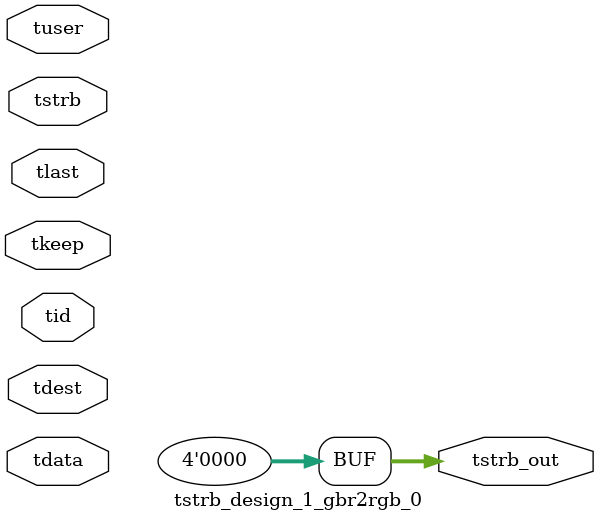
<source format=v>


`timescale 1ps/1ps

module tstrb_design_1_gbr2rgb_0 #
(
parameter C_S_AXIS_TDATA_WIDTH = 32,
parameter C_S_AXIS_TUSER_WIDTH = 0,
parameter C_S_AXIS_TID_WIDTH   = 0,
parameter C_S_AXIS_TDEST_WIDTH = 0,
parameter C_M_AXIS_TDATA_WIDTH = 32
)
(
input  [(C_S_AXIS_TDATA_WIDTH == 0 ? 1 : C_S_AXIS_TDATA_WIDTH)-1:0     ] tdata,
input  [(C_S_AXIS_TUSER_WIDTH == 0 ? 1 : C_S_AXIS_TUSER_WIDTH)-1:0     ] tuser,
input  [(C_S_AXIS_TID_WIDTH   == 0 ? 1 : C_S_AXIS_TID_WIDTH)-1:0       ] tid,
input  [(C_S_AXIS_TDEST_WIDTH == 0 ? 1 : C_S_AXIS_TDEST_WIDTH)-1:0     ] tdest,
input  [(C_S_AXIS_TDATA_WIDTH/8)-1:0 ] tkeep,
input  [(C_S_AXIS_TDATA_WIDTH/8)-1:0 ] tstrb,
input                                                                    tlast,
output [(C_M_AXIS_TDATA_WIDTH/8)-1:0 ] tstrb_out
);

assign tstrb_out = {1'b0};

endmodule


</source>
